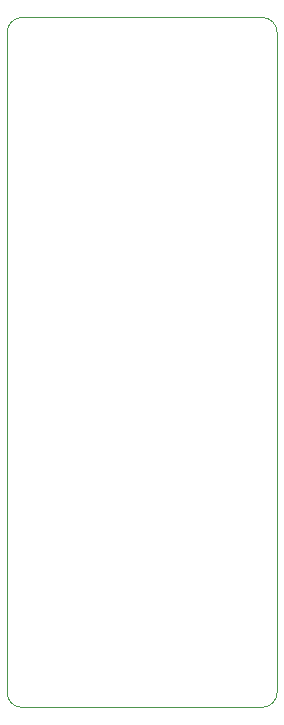
<source format=gbr>
%TF.GenerationSoftware,KiCad,Pcbnew,9.0.0*%
%TF.CreationDate,2025-04-02T16:35:11+02:00*%
%TF.ProjectId,stm32f103-core-board,73746d33-3266-4313-9033-2d636f72652d,1*%
%TF.SameCoordinates,Original*%
%TF.FileFunction,Profile,NP*%
%FSLAX46Y46*%
G04 Gerber Fmt 4.6, Leading zero omitted, Abs format (unit mm)*
G04 Created by KiCad (PCBNEW 9.0.0) date 2025-04-02 16:35:11*
%MOMM*%
%LPD*%
G01*
G04 APERTURE LIST*
%TA.AperFunction,Profile*%
%ADD10C,0.050000*%
%TD*%
G04 APERTURE END LIST*
D10*
X161430000Y-72060000D02*
X161430000Y-127940000D01*
X139840000Y-70790000D02*
X160160000Y-70790000D01*
X160160000Y-70790000D02*
G75*
G02*
X161430000Y-72060000I0J-1270000D01*
G01*
X138570000Y-72060000D02*
G75*
G02*
X139840000Y-70790000I1270000J0D01*
G01*
X139840000Y-129210000D02*
G75*
G02*
X138570000Y-127940000I0J1270000D01*
G01*
X160160000Y-129210000D02*
X139840000Y-129210000D01*
X138570000Y-127940000D02*
X138570000Y-72060000D01*
X161430000Y-127940000D02*
G75*
G02*
X160160000Y-129210000I-1270000J0D01*
G01*
M02*

</source>
